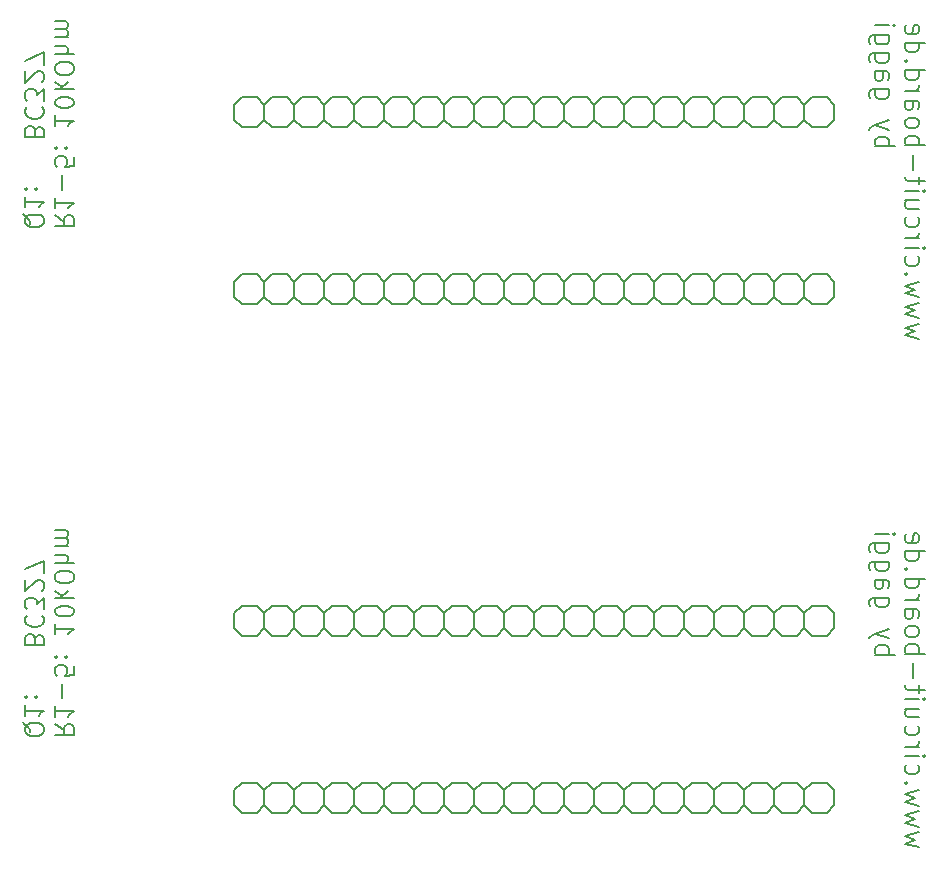
<source format=gbr>
G04 #@! TF.FileFunction,Legend,Bot*
%FSLAX46Y46*%
G04 Gerber Fmt 4.6, Leading zero omitted, Abs format (unit mm)*
G04 Created by KiCad (PCBNEW 4.0.4-stable) date 07/28/17 15:05:57*
%MOMM*%
%LPD*%
G01*
G04 APERTURE LIST*
%ADD10C,0.100000*%
%ADD11C,0.134112*%
%ADD12C,0.142240*%
%ADD13C,0.152400*%
G04 APERTURE END LIST*
D10*
D11*
X94838919Y-96348369D02*
X95597291Y-96879229D01*
X94838919Y-97258414D02*
X96431499Y-97258414D01*
X96431499Y-96651717D01*
X96355662Y-96500043D01*
X96279825Y-96424206D01*
X96128151Y-96348369D01*
X95900639Y-96348369D01*
X95748965Y-96424206D01*
X95673128Y-96500043D01*
X95597291Y-96651717D01*
X95597291Y-97258414D01*
X94838919Y-94831626D02*
X94838919Y-95741671D01*
X94838919Y-95286649D02*
X96431499Y-95286649D01*
X96203988Y-95438323D01*
X96052313Y-95589997D01*
X95976476Y-95741671D01*
X95445616Y-94149091D02*
X95445616Y-92935697D01*
X96431499Y-91418954D02*
X96431499Y-92177325D01*
X95673128Y-92253162D01*
X95748965Y-92177325D01*
X95824802Y-92025651D01*
X95824802Y-91646465D01*
X95748965Y-91494791D01*
X95673128Y-91418954D01*
X95521453Y-91343117D01*
X95142268Y-91343117D01*
X94990593Y-91418954D01*
X94914756Y-91494791D01*
X94838919Y-91646465D01*
X94838919Y-92025651D01*
X94914756Y-92177325D01*
X94990593Y-92253162D01*
X94990593Y-90660582D02*
X94914756Y-90584745D01*
X94838919Y-90660582D01*
X94914756Y-90736419D01*
X94990593Y-90660582D01*
X94838919Y-90660582D01*
X95824802Y-90660582D02*
X95748965Y-90584745D01*
X95673128Y-90660582D01*
X95748965Y-90736419D01*
X95824802Y-90660582D01*
X95673128Y-90660582D01*
X94838919Y-87854609D02*
X94838919Y-88764654D01*
X94838919Y-88309632D02*
X96431499Y-88309632D01*
X96203988Y-88461306D01*
X96052313Y-88612980D01*
X95976476Y-88764654D01*
X96431499Y-86868726D02*
X96431499Y-86717051D01*
X96355662Y-86565377D01*
X96279825Y-86489540D01*
X96128151Y-86413703D01*
X95824802Y-86337866D01*
X95445616Y-86337866D01*
X95142268Y-86413703D01*
X94990593Y-86489540D01*
X94914756Y-86565377D01*
X94838919Y-86717051D01*
X94838919Y-86868726D01*
X94914756Y-87020400D01*
X94990593Y-87096237D01*
X95142268Y-87172074D01*
X95445616Y-87247911D01*
X95824802Y-87247911D01*
X96128151Y-87172074D01*
X96279825Y-87096237D01*
X96355662Y-87020400D01*
X96431499Y-86868726D01*
X94838919Y-85655331D02*
X96431499Y-85655331D01*
X95445616Y-85503657D02*
X94838919Y-85048634D01*
X95900639Y-85048634D02*
X95293942Y-85655331D01*
X96431499Y-84062752D02*
X96431499Y-83759403D01*
X96355662Y-83607729D01*
X96203988Y-83456055D01*
X95900639Y-83380217D01*
X95369779Y-83380217D01*
X95066431Y-83456055D01*
X94914756Y-83607729D01*
X94838919Y-83759403D01*
X94838919Y-84062752D01*
X94914756Y-84214426D01*
X95066431Y-84366100D01*
X95369779Y-84441937D01*
X95900639Y-84441937D01*
X96203988Y-84366100D01*
X96355662Y-84214426D01*
X96431499Y-84062752D01*
X94838919Y-82697683D02*
X96431499Y-82697683D01*
X94838919Y-82015149D02*
X95673128Y-82015149D01*
X95824802Y-82090986D01*
X95900639Y-82242660D01*
X95900639Y-82470172D01*
X95824802Y-82621846D01*
X95748965Y-82697683D01*
X94838919Y-81256777D02*
X95900639Y-81256777D01*
X95748965Y-81256777D02*
X95824802Y-81180940D01*
X95900639Y-81029266D01*
X95900639Y-80801754D01*
X95824802Y-80650080D01*
X95673128Y-80574243D01*
X94838919Y-80574243D01*
X95673128Y-80574243D02*
X95824802Y-80498406D01*
X95900639Y-80346732D01*
X95900639Y-80119220D01*
X95824802Y-79967546D01*
X95673128Y-79891709D01*
X94838919Y-79891709D01*
X92164263Y-96196694D02*
X92240100Y-96348369D01*
X92391774Y-96500043D01*
X92619286Y-96727554D01*
X92695123Y-96879229D01*
X92695123Y-97030903D01*
X92315937Y-96955066D02*
X92391774Y-97106740D01*
X92543449Y-97258414D01*
X92846797Y-97334251D01*
X93377657Y-97334251D01*
X93681006Y-97258414D01*
X93832680Y-97106740D01*
X93908517Y-96955066D01*
X93908517Y-96651717D01*
X93832680Y-96500043D01*
X93681006Y-96348369D01*
X93377657Y-96272531D01*
X92846797Y-96272531D01*
X92543449Y-96348369D01*
X92391774Y-96500043D01*
X92315937Y-96651717D01*
X92315937Y-96955066D01*
X92315937Y-94755789D02*
X92315937Y-95665834D01*
X92315937Y-95210812D02*
X93908517Y-95210812D01*
X93681006Y-95362486D01*
X93529331Y-95514160D01*
X93453494Y-95665834D01*
X92467611Y-94073254D02*
X92391774Y-93997417D01*
X92315937Y-94073254D01*
X92391774Y-94149091D01*
X92467611Y-94073254D01*
X92315937Y-94073254D01*
X93301820Y-94073254D02*
X93225983Y-93997417D01*
X93150146Y-94073254D01*
X93225983Y-94149091D01*
X93301820Y-94073254D01*
X93150146Y-94073254D01*
X93150146Y-89143841D02*
X93074309Y-88916330D01*
X92998471Y-88840493D01*
X92846797Y-88764656D01*
X92619286Y-88764656D01*
X92467611Y-88840493D01*
X92391774Y-88916330D01*
X92315937Y-89068004D01*
X92315937Y-89674701D01*
X93908517Y-89674701D01*
X93908517Y-89143841D01*
X93832680Y-88992167D01*
X93756843Y-88916330D01*
X93605169Y-88840493D01*
X93453494Y-88840493D01*
X93301820Y-88916330D01*
X93225983Y-88992167D01*
X93150146Y-89143841D01*
X93150146Y-89674701D01*
X92467611Y-87172076D02*
X92391774Y-87247913D01*
X92315937Y-87475424D01*
X92315937Y-87627098D01*
X92391774Y-87854610D01*
X92543449Y-88006284D01*
X92695123Y-88082121D01*
X92998471Y-88157958D01*
X93225983Y-88157958D01*
X93529331Y-88082121D01*
X93681006Y-88006284D01*
X93832680Y-87854610D01*
X93908517Y-87627098D01*
X93908517Y-87475424D01*
X93832680Y-87247913D01*
X93756843Y-87172076D01*
X93908517Y-86641216D02*
X93908517Y-85655333D01*
X93301820Y-86186193D01*
X93301820Y-85958681D01*
X93225983Y-85807007D01*
X93150146Y-85731170D01*
X92998471Y-85655333D01*
X92619286Y-85655333D01*
X92467611Y-85731170D01*
X92391774Y-85807007D01*
X92315937Y-85958681D01*
X92315937Y-86413704D01*
X92391774Y-86565378D01*
X92467611Y-86641216D01*
X93756843Y-85048635D02*
X93832680Y-84972798D01*
X93908517Y-84821124D01*
X93908517Y-84441938D01*
X93832680Y-84290264D01*
X93756843Y-84214427D01*
X93605169Y-84138590D01*
X93453494Y-84138590D01*
X93225983Y-84214427D01*
X92315937Y-85124473D01*
X92315937Y-84138590D01*
X93908517Y-83607730D02*
X93908517Y-82546010D01*
X92315937Y-83228544D01*
D12*
X164291433Y-90474797D02*
X165980533Y-90474797D01*
X165337067Y-90474797D02*
X165417500Y-90313931D01*
X165417500Y-89992197D01*
X165337067Y-89831331D01*
X165256633Y-89750897D01*
X165095767Y-89670464D01*
X164613167Y-89670464D01*
X164452300Y-89750897D01*
X164371867Y-89831331D01*
X164291433Y-89992197D01*
X164291433Y-90313931D01*
X164371867Y-90474797D01*
X165417500Y-89107431D02*
X164291433Y-88705264D01*
X165417500Y-88303098D02*
X164291433Y-88705264D01*
X163889267Y-88866131D01*
X163808833Y-88946564D01*
X163728400Y-89107431D01*
X165417500Y-85648798D02*
X164050133Y-85648798D01*
X163889267Y-85729232D01*
X163808833Y-85809665D01*
X163728400Y-85970532D01*
X163728400Y-86211832D01*
X163808833Y-86372698D01*
X164371867Y-85648798D02*
X164291433Y-85809665D01*
X164291433Y-86131398D01*
X164371867Y-86292265D01*
X164452300Y-86372698D01*
X164613167Y-86453132D01*
X165095767Y-86453132D01*
X165256633Y-86372698D01*
X165337067Y-86292265D01*
X165417500Y-86131398D01*
X165417500Y-85809665D01*
X165337067Y-85648798D01*
X164291433Y-84120565D02*
X165176200Y-84120565D01*
X165337067Y-84200999D01*
X165417500Y-84361865D01*
X165417500Y-84683599D01*
X165337067Y-84844465D01*
X164371867Y-84120565D02*
X164291433Y-84281432D01*
X164291433Y-84683599D01*
X164371867Y-84844465D01*
X164532733Y-84924899D01*
X164693600Y-84924899D01*
X164854467Y-84844465D01*
X164934900Y-84683599D01*
X164934900Y-84281432D01*
X165015333Y-84120565D01*
X165417500Y-82592332D02*
X164050133Y-82592332D01*
X163889267Y-82672766D01*
X163808833Y-82753199D01*
X163728400Y-82914066D01*
X163728400Y-83155366D01*
X163808833Y-83316232D01*
X164371867Y-82592332D02*
X164291433Y-82753199D01*
X164291433Y-83074932D01*
X164371867Y-83235799D01*
X164452300Y-83316232D01*
X164613167Y-83396666D01*
X165095767Y-83396666D01*
X165256633Y-83316232D01*
X165337067Y-83235799D01*
X165417500Y-83074932D01*
X165417500Y-82753199D01*
X165337067Y-82592332D01*
X165417500Y-81064099D02*
X164050133Y-81064099D01*
X163889267Y-81144533D01*
X163808833Y-81224966D01*
X163728400Y-81385833D01*
X163728400Y-81627133D01*
X163808833Y-81787999D01*
X164371867Y-81064099D02*
X164291433Y-81224966D01*
X164291433Y-81546699D01*
X164371867Y-81707566D01*
X164452300Y-81787999D01*
X164613167Y-81868433D01*
X165095767Y-81868433D01*
X165256633Y-81787999D01*
X165337067Y-81707566D01*
X165417500Y-81546699D01*
X165417500Y-81224966D01*
X165337067Y-81064099D01*
X164291433Y-80259766D02*
X165417500Y-80259766D01*
X165980533Y-80259766D02*
X165900100Y-80340200D01*
X165819667Y-80259766D01*
X165900100Y-80179333D01*
X165980533Y-80259766D01*
X165819667Y-80259766D01*
X167957500Y-106802762D02*
X166831433Y-106481029D01*
X167635767Y-106159295D01*
X166831433Y-105837562D01*
X167957500Y-105515829D01*
X167957500Y-105033229D02*
X166831433Y-104711496D01*
X167635767Y-104389762D01*
X166831433Y-104068029D01*
X167957500Y-103746296D01*
X167957500Y-103263696D02*
X166831433Y-102941963D01*
X167635767Y-102620229D01*
X166831433Y-102298496D01*
X167957500Y-101976763D01*
X166992300Y-101333296D02*
X166911867Y-101252863D01*
X166831433Y-101333296D01*
X166911867Y-101413730D01*
X166992300Y-101333296D01*
X166831433Y-101333296D01*
X166911867Y-99805063D02*
X166831433Y-99965930D01*
X166831433Y-100287663D01*
X166911867Y-100448530D01*
X166992300Y-100528963D01*
X167153167Y-100609397D01*
X167635767Y-100609397D01*
X167796633Y-100528963D01*
X167877067Y-100448530D01*
X167957500Y-100287663D01*
X167957500Y-99965930D01*
X167877067Y-99805063D01*
X166831433Y-99081163D02*
X167957500Y-99081163D01*
X168520533Y-99081163D02*
X168440100Y-99161597D01*
X168359667Y-99081163D01*
X168440100Y-99000730D01*
X168520533Y-99081163D01*
X168359667Y-99081163D01*
X166831433Y-98276830D02*
X167957500Y-98276830D01*
X167635767Y-98276830D02*
X167796633Y-98196397D01*
X167877067Y-98115964D01*
X167957500Y-97955097D01*
X167957500Y-97794230D01*
X166911867Y-96507297D02*
X166831433Y-96668164D01*
X166831433Y-96989897D01*
X166911867Y-97150764D01*
X166992300Y-97231197D01*
X167153167Y-97311631D01*
X167635767Y-97311631D01*
X167796633Y-97231197D01*
X167877067Y-97150764D01*
X167957500Y-96989897D01*
X167957500Y-96668164D01*
X167877067Y-96507297D01*
X167957500Y-95059497D02*
X166831433Y-95059497D01*
X167957500Y-95783397D02*
X167072733Y-95783397D01*
X166911867Y-95702964D01*
X166831433Y-95542097D01*
X166831433Y-95300797D01*
X166911867Y-95139931D01*
X166992300Y-95059497D01*
X166831433Y-94255164D02*
X167957500Y-94255164D01*
X168520533Y-94255164D02*
X168440100Y-94335598D01*
X168359667Y-94255164D01*
X168440100Y-94174731D01*
X168520533Y-94255164D01*
X168359667Y-94255164D01*
X167957500Y-93692131D02*
X167957500Y-93048665D01*
X168520533Y-93450831D02*
X167072733Y-93450831D01*
X166911867Y-93370398D01*
X166831433Y-93209531D01*
X166831433Y-93048665D01*
X167474900Y-92485631D02*
X167474900Y-91198698D01*
X166831433Y-90394364D02*
X168520533Y-90394364D01*
X167877067Y-90394364D02*
X167957500Y-90233498D01*
X167957500Y-89911764D01*
X167877067Y-89750898D01*
X167796633Y-89670464D01*
X167635767Y-89590031D01*
X167153167Y-89590031D01*
X166992300Y-89670464D01*
X166911867Y-89750898D01*
X166831433Y-89911764D01*
X166831433Y-90233498D01*
X166911867Y-90394364D01*
X166831433Y-88624831D02*
X166911867Y-88785698D01*
X166992300Y-88866131D01*
X167153167Y-88946565D01*
X167635767Y-88946565D01*
X167796633Y-88866131D01*
X167877067Y-88785698D01*
X167957500Y-88624831D01*
X167957500Y-88383531D01*
X167877067Y-88222665D01*
X167796633Y-88142231D01*
X167635767Y-88061798D01*
X167153167Y-88061798D01*
X166992300Y-88142231D01*
X166911867Y-88222665D01*
X166831433Y-88383531D01*
X166831433Y-88624831D01*
X166831433Y-86613998D02*
X167716200Y-86613998D01*
X167877067Y-86694432D01*
X167957500Y-86855298D01*
X167957500Y-87177032D01*
X167877067Y-87337898D01*
X166911867Y-86613998D02*
X166831433Y-86774865D01*
X166831433Y-87177032D01*
X166911867Y-87337898D01*
X167072733Y-87418332D01*
X167233600Y-87418332D01*
X167394467Y-87337898D01*
X167474900Y-87177032D01*
X167474900Y-86774865D01*
X167555333Y-86613998D01*
X166831433Y-85809665D02*
X167957500Y-85809665D01*
X167635767Y-85809665D02*
X167796633Y-85729232D01*
X167877067Y-85648799D01*
X167957500Y-85487932D01*
X167957500Y-85327065D01*
X166831433Y-84040132D02*
X168520533Y-84040132D01*
X166911867Y-84040132D02*
X166831433Y-84200999D01*
X166831433Y-84522732D01*
X166911867Y-84683599D01*
X166992300Y-84764032D01*
X167153167Y-84844466D01*
X167635767Y-84844466D01*
X167796633Y-84764032D01*
X167877067Y-84683599D01*
X167957500Y-84522732D01*
X167957500Y-84200999D01*
X167877067Y-84040132D01*
X166992300Y-83235799D02*
X166911867Y-83155366D01*
X166831433Y-83235799D01*
X166911867Y-83316233D01*
X166992300Y-83235799D01*
X166831433Y-83235799D01*
X166831433Y-81707566D02*
X168520533Y-81707566D01*
X166911867Y-81707566D02*
X166831433Y-81868433D01*
X166831433Y-82190166D01*
X166911867Y-82351033D01*
X166992300Y-82431466D01*
X167153167Y-82511900D01*
X167635767Y-82511900D01*
X167796633Y-82431466D01*
X167877067Y-82351033D01*
X167957500Y-82190166D01*
X167957500Y-81868433D01*
X167877067Y-81707566D01*
X166911867Y-80259767D02*
X166831433Y-80420633D01*
X166831433Y-80742367D01*
X166911867Y-80903233D01*
X167072733Y-80983667D01*
X167716200Y-80983667D01*
X167877067Y-80903233D01*
X167957500Y-80742367D01*
X167957500Y-80420633D01*
X167877067Y-80259767D01*
X167716200Y-80179333D01*
X167555333Y-80179333D01*
X167394467Y-80983667D01*
D11*
X94838919Y-53295369D02*
X95597291Y-53826229D01*
X94838919Y-54205414D02*
X96431499Y-54205414D01*
X96431499Y-53598717D01*
X96355662Y-53447043D01*
X96279825Y-53371206D01*
X96128151Y-53295369D01*
X95900639Y-53295369D01*
X95748965Y-53371206D01*
X95673128Y-53447043D01*
X95597291Y-53598717D01*
X95597291Y-54205414D01*
X94838919Y-51778626D02*
X94838919Y-52688671D01*
X94838919Y-52233649D02*
X96431499Y-52233649D01*
X96203988Y-52385323D01*
X96052313Y-52536997D01*
X95976476Y-52688671D01*
X95445616Y-51096091D02*
X95445616Y-49882697D01*
X96431499Y-48365954D02*
X96431499Y-49124325D01*
X95673128Y-49200162D01*
X95748965Y-49124325D01*
X95824802Y-48972651D01*
X95824802Y-48593465D01*
X95748965Y-48441791D01*
X95673128Y-48365954D01*
X95521453Y-48290117D01*
X95142268Y-48290117D01*
X94990593Y-48365954D01*
X94914756Y-48441791D01*
X94838919Y-48593465D01*
X94838919Y-48972651D01*
X94914756Y-49124325D01*
X94990593Y-49200162D01*
X94990593Y-47607582D02*
X94914756Y-47531745D01*
X94838919Y-47607582D01*
X94914756Y-47683419D01*
X94990593Y-47607582D01*
X94838919Y-47607582D01*
X95824802Y-47607582D02*
X95748965Y-47531745D01*
X95673128Y-47607582D01*
X95748965Y-47683419D01*
X95824802Y-47607582D01*
X95673128Y-47607582D01*
X94838919Y-44801609D02*
X94838919Y-45711654D01*
X94838919Y-45256632D02*
X96431499Y-45256632D01*
X96203988Y-45408306D01*
X96052313Y-45559980D01*
X95976476Y-45711654D01*
X96431499Y-43815726D02*
X96431499Y-43664051D01*
X96355662Y-43512377D01*
X96279825Y-43436540D01*
X96128151Y-43360703D01*
X95824802Y-43284866D01*
X95445616Y-43284866D01*
X95142268Y-43360703D01*
X94990593Y-43436540D01*
X94914756Y-43512377D01*
X94838919Y-43664051D01*
X94838919Y-43815726D01*
X94914756Y-43967400D01*
X94990593Y-44043237D01*
X95142268Y-44119074D01*
X95445616Y-44194911D01*
X95824802Y-44194911D01*
X96128151Y-44119074D01*
X96279825Y-44043237D01*
X96355662Y-43967400D01*
X96431499Y-43815726D01*
X94838919Y-42602331D02*
X96431499Y-42602331D01*
X95445616Y-42450657D02*
X94838919Y-41995634D01*
X95900639Y-41995634D02*
X95293942Y-42602331D01*
X96431499Y-41009752D02*
X96431499Y-40706403D01*
X96355662Y-40554729D01*
X96203988Y-40403055D01*
X95900639Y-40327217D01*
X95369779Y-40327217D01*
X95066431Y-40403055D01*
X94914756Y-40554729D01*
X94838919Y-40706403D01*
X94838919Y-41009752D01*
X94914756Y-41161426D01*
X95066431Y-41313100D01*
X95369779Y-41388937D01*
X95900639Y-41388937D01*
X96203988Y-41313100D01*
X96355662Y-41161426D01*
X96431499Y-41009752D01*
X94838919Y-39644683D02*
X96431499Y-39644683D01*
X94838919Y-38962149D02*
X95673128Y-38962149D01*
X95824802Y-39037986D01*
X95900639Y-39189660D01*
X95900639Y-39417172D01*
X95824802Y-39568846D01*
X95748965Y-39644683D01*
X94838919Y-38203777D02*
X95900639Y-38203777D01*
X95748965Y-38203777D02*
X95824802Y-38127940D01*
X95900639Y-37976266D01*
X95900639Y-37748754D01*
X95824802Y-37597080D01*
X95673128Y-37521243D01*
X94838919Y-37521243D01*
X95673128Y-37521243D02*
X95824802Y-37445406D01*
X95900639Y-37293732D01*
X95900639Y-37066220D01*
X95824802Y-36914546D01*
X95673128Y-36838709D01*
X94838919Y-36838709D01*
X92164263Y-53143694D02*
X92240100Y-53295369D01*
X92391774Y-53447043D01*
X92619286Y-53674554D01*
X92695123Y-53826229D01*
X92695123Y-53977903D01*
X92315937Y-53902066D02*
X92391774Y-54053740D01*
X92543449Y-54205414D01*
X92846797Y-54281251D01*
X93377657Y-54281251D01*
X93681006Y-54205414D01*
X93832680Y-54053740D01*
X93908517Y-53902066D01*
X93908517Y-53598717D01*
X93832680Y-53447043D01*
X93681006Y-53295369D01*
X93377657Y-53219531D01*
X92846797Y-53219531D01*
X92543449Y-53295369D01*
X92391774Y-53447043D01*
X92315937Y-53598717D01*
X92315937Y-53902066D01*
X92315937Y-51702789D02*
X92315937Y-52612834D01*
X92315937Y-52157812D02*
X93908517Y-52157812D01*
X93681006Y-52309486D01*
X93529331Y-52461160D01*
X93453494Y-52612834D01*
X92467611Y-51020254D02*
X92391774Y-50944417D01*
X92315937Y-51020254D01*
X92391774Y-51096091D01*
X92467611Y-51020254D01*
X92315937Y-51020254D01*
X93301820Y-51020254D02*
X93225983Y-50944417D01*
X93150146Y-51020254D01*
X93225983Y-51096091D01*
X93301820Y-51020254D01*
X93150146Y-51020254D01*
X93150146Y-46090841D02*
X93074309Y-45863330D01*
X92998471Y-45787493D01*
X92846797Y-45711656D01*
X92619286Y-45711656D01*
X92467611Y-45787493D01*
X92391774Y-45863330D01*
X92315937Y-46015004D01*
X92315937Y-46621701D01*
X93908517Y-46621701D01*
X93908517Y-46090841D01*
X93832680Y-45939167D01*
X93756843Y-45863330D01*
X93605169Y-45787493D01*
X93453494Y-45787493D01*
X93301820Y-45863330D01*
X93225983Y-45939167D01*
X93150146Y-46090841D01*
X93150146Y-46621701D01*
X92467611Y-44119076D02*
X92391774Y-44194913D01*
X92315937Y-44422424D01*
X92315937Y-44574098D01*
X92391774Y-44801610D01*
X92543449Y-44953284D01*
X92695123Y-45029121D01*
X92998471Y-45104958D01*
X93225983Y-45104958D01*
X93529331Y-45029121D01*
X93681006Y-44953284D01*
X93832680Y-44801610D01*
X93908517Y-44574098D01*
X93908517Y-44422424D01*
X93832680Y-44194913D01*
X93756843Y-44119076D01*
X93908517Y-43588216D02*
X93908517Y-42602333D01*
X93301820Y-43133193D01*
X93301820Y-42905681D01*
X93225983Y-42754007D01*
X93150146Y-42678170D01*
X92998471Y-42602333D01*
X92619286Y-42602333D01*
X92467611Y-42678170D01*
X92391774Y-42754007D01*
X92315937Y-42905681D01*
X92315937Y-43360704D01*
X92391774Y-43512378D01*
X92467611Y-43588216D01*
X93756843Y-41995635D02*
X93832680Y-41919798D01*
X93908517Y-41768124D01*
X93908517Y-41388938D01*
X93832680Y-41237264D01*
X93756843Y-41161427D01*
X93605169Y-41085590D01*
X93453494Y-41085590D01*
X93225983Y-41161427D01*
X92315937Y-42071473D01*
X92315937Y-41085590D01*
X93908517Y-40554730D02*
X93908517Y-39493010D01*
X92315937Y-40175544D01*
D12*
X167957500Y-63749762D02*
X166831433Y-63428029D01*
X167635767Y-63106295D01*
X166831433Y-62784562D01*
X167957500Y-62462829D01*
X167957500Y-61980229D02*
X166831433Y-61658496D01*
X167635767Y-61336762D01*
X166831433Y-61015029D01*
X167957500Y-60693296D01*
X167957500Y-60210696D02*
X166831433Y-59888963D01*
X167635767Y-59567229D01*
X166831433Y-59245496D01*
X167957500Y-58923763D01*
X166992300Y-58280296D02*
X166911867Y-58199863D01*
X166831433Y-58280296D01*
X166911867Y-58360730D01*
X166992300Y-58280296D01*
X166831433Y-58280296D01*
X166911867Y-56752063D02*
X166831433Y-56912930D01*
X166831433Y-57234663D01*
X166911867Y-57395530D01*
X166992300Y-57475963D01*
X167153167Y-57556397D01*
X167635767Y-57556397D01*
X167796633Y-57475963D01*
X167877067Y-57395530D01*
X167957500Y-57234663D01*
X167957500Y-56912930D01*
X167877067Y-56752063D01*
X166831433Y-56028163D02*
X167957500Y-56028163D01*
X168520533Y-56028163D02*
X168440100Y-56108597D01*
X168359667Y-56028163D01*
X168440100Y-55947730D01*
X168520533Y-56028163D01*
X168359667Y-56028163D01*
X166831433Y-55223830D02*
X167957500Y-55223830D01*
X167635767Y-55223830D02*
X167796633Y-55143397D01*
X167877067Y-55062964D01*
X167957500Y-54902097D01*
X167957500Y-54741230D01*
X166911867Y-53454297D02*
X166831433Y-53615164D01*
X166831433Y-53936897D01*
X166911867Y-54097764D01*
X166992300Y-54178197D01*
X167153167Y-54258631D01*
X167635767Y-54258631D01*
X167796633Y-54178197D01*
X167877067Y-54097764D01*
X167957500Y-53936897D01*
X167957500Y-53615164D01*
X167877067Y-53454297D01*
X167957500Y-52006497D02*
X166831433Y-52006497D01*
X167957500Y-52730397D02*
X167072733Y-52730397D01*
X166911867Y-52649964D01*
X166831433Y-52489097D01*
X166831433Y-52247797D01*
X166911867Y-52086931D01*
X166992300Y-52006497D01*
X166831433Y-51202164D02*
X167957500Y-51202164D01*
X168520533Y-51202164D02*
X168440100Y-51282598D01*
X168359667Y-51202164D01*
X168440100Y-51121731D01*
X168520533Y-51202164D01*
X168359667Y-51202164D01*
X167957500Y-50639131D02*
X167957500Y-49995665D01*
X168520533Y-50397831D02*
X167072733Y-50397831D01*
X166911867Y-50317398D01*
X166831433Y-50156531D01*
X166831433Y-49995665D01*
X167474900Y-49432631D02*
X167474900Y-48145698D01*
X166831433Y-47341364D02*
X168520533Y-47341364D01*
X167877067Y-47341364D02*
X167957500Y-47180498D01*
X167957500Y-46858764D01*
X167877067Y-46697898D01*
X167796633Y-46617464D01*
X167635767Y-46537031D01*
X167153167Y-46537031D01*
X166992300Y-46617464D01*
X166911867Y-46697898D01*
X166831433Y-46858764D01*
X166831433Y-47180498D01*
X166911867Y-47341364D01*
X166831433Y-45571831D02*
X166911867Y-45732698D01*
X166992300Y-45813131D01*
X167153167Y-45893565D01*
X167635767Y-45893565D01*
X167796633Y-45813131D01*
X167877067Y-45732698D01*
X167957500Y-45571831D01*
X167957500Y-45330531D01*
X167877067Y-45169665D01*
X167796633Y-45089231D01*
X167635767Y-45008798D01*
X167153167Y-45008798D01*
X166992300Y-45089231D01*
X166911867Y-45169665D01*
X166831433Y-45330531D01*
X166831433Y-45571831D01*
X166831433Y-43560998D02*
X167716200Y-43560998D01*
X167877067Y-43641432D01*
X167957500Y-43802298D01*
X167957500Y-44124032D01*
X167877067Y-44284898D01*
X166911867Y-43560998D02*
X166831433Y-43721865D01*
X166831433Y-44124032D01*
X166911867Y-44284898D01*
X167072733Y-44365332D01*
X167233600Y-44365332D01*
X167394467Y-44284898D01*
X167474900Y-44124032D01*
X167474900Y-43721865D01*
X167555333Y-43560998D01*
X166831433Y-42756665D02*
X167957500Y-42756665D01*
X167635767Y-42756665D02*
X167796633Y-42676232D01*
X167877067Y-42595799D01*
X167957500Y-42434932D01*
X167957500Y-42274065D01*
X166831433Y-40987132D02*
X168520533Y-40987132D01*
X166911867Y-40987132D02*
X166831433Y-41147999D01*
X166831433Y-41469732D01*
X166911867Y-41630599D01*
X166992300Y-41711032D01*
X167153167Y-41791466D01*
X167635767Y-41791466D01*
X167796633Y-41711032D01*
X167877067Y-41630599D01*
X167957500Y-41469732D01*
X167957500Y-41147999D01*
X167877067Y-40987132D01*
X166992300Y-40182799D02*
X166911867Y-40102366D01*
X166831433Y-40182799D01*
X166911867Y-40263233D01*
X166992300Y-40182799D01*
X166831433Y-40182799D01*
X166831433Y-38654566D02*
X168520533Y-38654566D01*
X166911867Y-38654566D02*
X166831433Y-38815433D01*
X166831433Y-39137166D01*
X166911867Y-39298033D01*
X166992300Y-39378466D01*
X167153167Y-39458900D01*
X167635767Y-39458900D01*
X167796633Y-39378466D01*
X167877067Y-39298033D01*
X167957500Y-39137166D01*
X167957500Y-38815433D01*
X167877067Y-38654566D01*
X166911867Y-37206767D02*
X166831433Y-37367633D01*
X166831433Y-37689367D01*
X166911867Y-37850233D01*
X167072733Y-37930667D01*
X167716200Y-37930667D01*
X167877067Y-37850233D01*
X167957500Y-37689367D01*
X167957500Y-37367633D01*
X167877067Y-37206767D01*
X167716200Y-37126333D01*
X167555333Y-37126333D01*
X167394467Y-37930667D01*
X164291433Y-47421797D02*
X165980533Y-47421797D01*
X165337067Y-47421797D02*
X165417500Y-47260931D01*
X165417500Y-46939197D01*
X165337067Y-46778331D01*
X165256633Y-46697897D01*
X165095767Y-46617464D01*
X164613167Y-46617464D01*
X164452300Y-46697897D01*
X164371867Y-46778331D01*
X164291433Y-46939197D01*
X164291433Y-47260931D01*
X164371867Y-47421797D01*
X165417500Y-46054431D02*
X164291433Y-45652264D01*
X165417500Y-45250098D02*
X164291433Y-45652264D01*
X163889267Y-45813131D01*
X163808833Y-45893564D01*
X163728400Y-46054431D01*
X165417500Y-42595798D02*
X164050133Y-42595798D01*
X163889267Y-42676232D01*
X163808833Y-42756665D01*
X163728400Y-42917532D01*
X163728400Y-43158832D01*
X163808833Y-43319698D01*
X164371867Y-42595798D02*
X164291433Y-42756665D01*
X164291433Y-43078398D01*
X164371867Y-43239265D01*
X164452300Y-43319698D01*
X164613167Y-43400132D01*
X165095767Y-43400132D01*
X165256633Y-43319698D01*
X165337067Y-43239265D01*
X165417500Y-43078398D01*
X165417500Y-42756665D01*
X165337067Y-42595798D01*
X164291433Y-41067565D02*
X165176200Y-41067565D01*
X165337067Y-41147999D01*
X165417500Y-41308865D01*
X165417500Y-41630599D01*
X165337067Y-41791465D01*
X164371867Y-41067565D02*
X164291433Y-41228432D01*
X164291433Y-41630599D01*
X164371867Y-41791465D01*
X164532733Y-41871899D01*
X164693600Y-41871899D01*
X164854467Y-41791465D01*
X164934900Y-41630599D01*
X164934900Y-41228432D01*
X165015333Y-41067565D01*
X165417500Y-39539332D02*
X164050133Y-39539332D01*
X163889267Y-39619766D01*
X163808833Y-39700199D01*
X163728400Y-39861066D01*
X163728400Y-40102366D01*
X163808833Y-40263232D01*
X164371867Y-39539332D02*
X164291433Y-39700199D01*
X164291433Y-40021932D01*
X164371867Y-40182799D01*
X164452300Y-40263232D01*
X164613167Y-40343666D01*
X165095767Y-40343666D01*
X165256633Y-40263232D01*
X165337067Y-40182799D01*
X165417500Y-40021932D01*
X165417500Y-39700199D01*
X165337067Y-39539332D01*
X165417500Y-38011099D02*
X164050133Y-38011099D01*
X163889267Y-38091533D01*
X163808833Y-38171966D01*
X163728400Y-38332833D01*
X163728400Y-38574133D01*
X163808833Y-38734999D01*
X164371867Y-38011099D02*
X164291433Y-38171966D01*
X164291433Y-38493699D01*
X164371867Y-38654566D01*
X164452300Y-38734999D01*
X164613167Y-38815433D01*
X165095767Y-38815433D01*
X165256633Y-38734999D01*
X165337067Y-38654566D01*
X165417500Y-38493699D01*
X165417500Y-38171966D01*
X165337067Y-38011099D01*
X164291433Y-37206766D02*
X165417500Y-37206766D01*
X165980533Y-37206766D02*
X165900100Y-37287200D01*
X165819667Y-37206766D01*
X165900100Y-37126333D01*
X165980533Y-37206766D01*
X165819667Y-37206766D01*
D13*
X156375100Y-86334600D02*
X157645100Y-86334600D01*
X157645100Y-86334600D02*
X158280100Y-86969600D01*
X158280100Y-86969600D02*
X158280100Y-88239600D01*
X158280100Y-88239600D02*
X157645100Y-88874600D01*
X153200100Y-86969600D02*
X153835100Y-86334600D01*
X153835100Y-86334600D02*
X155105100Y-86334600D01*
X155105100Y-86334600D02*
X155740100Y-86969600D01*
X155740100Y-86969600D02*
X155740100Y-88239600D01*
X155740100Y-88239600D02*
X155105100Y-88874600D01*
X155105100Y-88874600D02*
X153835100Y-88874600D01*
X153835100Y-88874600D02*
X153200100Y-88239600D01*
X156375100Y-86334600D02*
X155740100Y-86969600D01*
X155740100Y-88239600D02*
X156375100Y-88874600D01*
X157645100Y-88874600D02*
X156375100Y-88874600D01*
X148755100Y-86334600D02*
X150025100Y-86334600D01*
X150025100Y-86334600D02*
X150660100Y-86969600D01*
X150660100Y-86969600D02*
X150660100Y-88239600D01*
X150660100Y-88239600D02*
X150025100Y-88874600D01*
X150660100Y-86969600D02*
X151295100Y-86334600D01*
X151295100Y-86334600D02*
X152565100Y-86334600D01*
X152565100Y-86334600D02*
X153200100Y-86969600D01*
X153200100Y-86969600D02*
X153200100Y-88239600D01*
X153200100Y-88239600D02*
X152565100Y-88874600D01*
X152565100Y-88874600D02*
X151295100Y-88874600D01*
X151295100Y-88874600D02*
X150660100Y-88239600D01*
X145580100Y-86969600D02*
X146215100Y-86334600D01*
X146215100Y-86334600D02*
X147485100Y-86334600D01*
X147485100Y-86334600D02*
X148120100Y-86969600D01*
X148120100Y-86969600D02*
X148120100Y-88239600D01*
X148120100Y-88239600D02*
X147485100Y-88874600D01*
X147485100Y-88874600D02*
X146215100Y-88874600D01*
X146215100Y-88874600D02*
X145580100Y-88239600D01*
X148755100Y-86334600D02*
X148120100Y-86969600D01*
X148120100Y-88239600D02*
X148755100Y-88874600D01*
X150025100Y-88874600D02*
X148755100Y-88874600D01*
X141135100Y-86334600D02*
X142405100Y-86334600D01*
X142405100Y-86334600D02*
X143040100Y-86969600D01*
X143040100Y-86969600D02*
X143040100Y-88239600D01*
X143040100Y-88239600D02*
X142405100Y-88874600D01*
X143040100Y-86969600D02*
X143675100Y-86334600D01*
X143675100Y-86334600D02*
X144945100Y-86334600D01*
X144945100Y-86334600D02*
X145580100Y-86969600D01*
X145580100Y-86969600D02*
X145580100Y-88239600D01*
X145580100Y-88239600D02*
X144945100Y-88874600D01*
X144945100Y-88874600D02*
X143675100Y-88874600D01*
X143675100Y-88874600D02*
X143040100Y-88239600D01*
X137960100Y-86969600D02*
X138595100Y-86334600D01*
X138595100Y-86334600D02*
X139865100Y-86334600D01*
X139865100Y-86334600D02*
X140500100Y-86969600D01*
X140500100Y-86969600D02*
X140500100Y-88239600D01*
X140500100Y-88239600D02*
X139865100Y-88874600D01*
X139865100Y-88874600D02*
X138595100Y-88874600D01*
X138595100Y-88874600D02*
X137960100Y-88239600D01*
X141135100Y-86334600D02*
X140500100Y-86969600D01*
X140500100Y-88239600D02*
X141135100Y-88874600D01*
X142405100Y-88874600D02*
X141135100Y-88874600D01*
X133515100Y-86334600D02*
X134785100Y-86334600D01*
X134785100Y-86334600D02*
X135420100Y-86969600D01*
X135420100Y-86969600D02*
X135420100Y-88239600D01*
X135420100Y-88239600D02*
X134785100Y-88874600D01*
X135420100Y-86969600D02*
X136055100Y-86334600D01*
X136055100Y-86334600D02*
X137325100Y-86334600D01*
X137325100Y-86334600D02*
X137960100Y-86969600D01*
X137960100Y-86969600D02*
X137960100Y-88239600D01*
X137960100Y-88239600D02*
X137325100Y-88874600D01*
X137325100Y-88874600D02*
X136055100Y-88874600D01*
X136055100Y-88874600D02*
X135420100Y-88239600D01*
X130340100Y-86969600D02*
X130975100Y-86334600D01*
X130975100Y-86334600D02*
X132245100Y-86334600D01*
X132245100Y-86334600D02*
X132880100Y-86969600D01*
X132880100Y-86969600D02*
X132880100Y-88239600D01*
X132880100Y-88239600D02*
X132245100Y-88874600D01*
X132245100Y-88874600D02*
X130975100Y-88874600D01*
X130975100Y-88874600D02*
X130340100Y-88239600D01*
X133515100Y-86334600D02*
X132880100Y-86969600D01*
X132880100Y-88239600D02*
X133515100Y-88874600D01*
X134785100Y-88874600D02*
X133515100Y-88874600D01*
X125895100Y-86334600D02*
X127165100Y-86334600D01*
X127165100Y-86334600D02*
X127800100Y-86969600D01*
X127800100Y-86969600D02*
X127800100Y-88239600D01*
X127800100Y-88239600D02*
X127165100Y-88874600D01*
X127800100Y-86969600D02*
X128435100Y-86334600D01*
X128435100Y-86334600D02*
X129705100Y-86334600D01*
X129705100Y-86334600D02*
X130340100Y-86969600D01*
X130340100Y-86969600D02*
X130340100Y-88239600D01*
X130340100Y-88239600D02*
X129705100Y-88874600D01*
X129705100Y-88874600D02*
X128435100Y-88874600D01*
X128435100Y-88874600D02*
X127800100Y-88239600D01*
X122720100Y-86969600D02*
X123355100Y-86334600D01*
X123355100Y-86334600D02*
X124625100Y-86334600D01*
X124625100Y-86334600D02*
X125260100Y-86969600D01*
X125260100Y-86969600D02*
X125260100Y-88239600D01*
X125260100Y-88239600D02*
X124625100Y-88874600D01*
X124625100Y-88874600D02*
X123355100Y-88874600D01*
X123355100Y-88874600D02*
X122720100Y-88239600D01*
X125895100Y-86334600D02*
X125260100Y-86969600D01*
X125260100Y-88239600D02*
X125895100Y-88874600D01*
X127165100Y-88874600D02*
X125895100Y-88874600D01*
X118275100Y-86334600D02*
X119545100Y-86334600D01*
X119545100Y-86334600D02*
X120180100Y-86969600D01*
X120180100Y-86969600D02*
X120180100Y-88239600D01*
X120180100Y-88239600D02*
X119545100Y-88874600D01*
X120180100Y-86969600D02*
X120815100Y-86334600D01*
X120815100Y-86334600D02*
X122085100Y-86334600D01*
X122085100Y-86334600D02*
X122720100Y-86969600D01*
X122720100Y-86969600D02*
X122720100Y-88239600D01*
X122720100Y-88239600D02*
X122085100Y-88874600D01*
X122085100Y-88874600D02*
X120815100Y-88874600D01*
X120815100Y-88874600D02*
X120180100Y-88239600D01*
X115100100Y-86969600D02*
X115735100Y-86334600D01*
X115735100Y-86334600D02*
X117005100Y-86334600D01*
X117005100Y-86334600D02*
X117640100Y-86969600D01*
X117640100Y-86969600D02*
X117640100Y-88239600D01*
X117640100Y-88239600D02*
X117005100Y-88874600D01*
X117005100Y-88874600D02*
X115735100Y-88874600D01*
X115735100Y-88874600D02*
X115100100Y-88239600D01*
X118275100Y-86334600D02*
X117640100Y-86969600D01*
X117640100Y-88239600D02*
X118275100Y-88874600D01*
X119545100Y-88874600D02*
X118275100Y-88874600D01*
X110655100Y-86334600D02*
X111925100Y-86334600D01*
X111925100Y-86334600D02*
X112560100Y-86969600D01*
X112560100Y-86969600D02*
X112560100Y-88239600D01*
X112560100Y-88239600D02*
X111925100Y-88874600D01*
X112560100Y-86969600D02*
X113195100Y-86334600D01*
X113195100Y-86334600D02*
X114465100Y-86334600D01*
X114465100Y-86334600D02*
X115100100Y-86969600D01*
X115100100Y-86969600D02*
X115100100Y-88239600D01*
X115100100Y-88239600D02*
X114465100Y-88874600D01*
X114465100Y-88874600D02*
X113195100Y-88874600D01*
X113195100Y-88874600D02*
X112560100Y-88239600D01*
X110020100Y-86969600D02*
X110020100Y-88239600D01*
X110655100Y-86334600D02*
X110020100Y-86969600D01*
X110020100Y-88239600D02*
X110655100Y-88874600D01*
X111925100Y-88874600D02*
X110655100Y-88874600D01*
X158915100Y-86334600D02*
X160185100Y-86334600D01*
X160185100Y-86334600D02*
X160820100Y-86969600D01*
X160820100Y-86969600D02*
X160820100Y-88239600D01*
X160820100Y-88239600D02*
X160185100Y-88874600D01*
X158915100Y-86334600D02*
X158280100Y-86969600D01*
X158280100Y-88239600D02*
X158915100Y-88874600D01*
X160185100Y-88874600D02*
X158915100Y-88874600D01*
X156375100Y-101320600D02*
X157645100Y-101320600D01*
X157645100Y-101320600D02*
X158280100Y-101955600D01*
X158280100Y-101955600D02*
X158280100Y-103225600D01*
X158280100Y-103225600D02*
X157645100Y-103860600D01*
X153200100Y-101955600D02*
X153835100Y-101320600D01*
X153835100Y-101320600D02*
X155105100Y-101320600D01*
X155105100Y-101320600D02*
X155740100Y-101955600D01*
X155740100Y-101955600D02*
X155740100Y-103225600D01*
X155740100Y-103225600D02*
X155105100Y-103860600D01*
X155105100Y-103860600D02*
X153835100Y-103860600D01*
X153835100Y-103860600D02*
X153200100Y-103225600D01*
X156375100Y-101320600D02*
X155740100Y-101955600D01*
X155740100Y-103225600D02*
X156375100Y-103860600D01*
X157645100Y-103860600D02*
X156375100Y-103860600D01*
X148755100Y-101320600D02*
X150025100Y-101320600D01*
X150025100Y-101320600D02*
X150660100Y-101955600D01*
X150660100Y-101955600D02*
X150660100Y-103225600D01*
X150660100Y-103225600D02*
X150025100Y-103860600D01*
X150660100Y-101955600D02*
X151295100Y-101320600D01*
X151295100Y-101320600D02*
X152565100Y-101320600D01*
X152565100Y-101320600D02*
X153200100Y-101955600D01*
X153200100Y-101955600D02*
X153200100Y-103225600D01*
X153200100Y-103225600D02*
X152565100Y-103860600D01*
X152565100Y-103860600D02*
X151295100Y-103860600D01*
X151295100Y-103860600D02*
X150660100Y-103225600D01*
X145580100Y-101955600D02*
X146215100Y-101320600D01*
X146215100Y-101320600D02*
X147485100Y-101320600D01*
X147485100Y-101320600D02*
X148120100Y-101955600D01*
X148120100Y-101955600D02*
X148120100Y-103225600D01*
X148120100Y-103225600D02*
X147485100Y-103860600D01*
X147485100Y-103860600D02*
X146215100Y-103860600D01*
X146215100Y-103860600D02*
X145580100Y-103225600D01*
X148755100Y-101320600D02*
X148120100Y-101955600D01*
X148120100Y-103225600D02*
X148755100Y-103860600D01*
X150025100Y-103860600D02*
X148755100Y-103860600D01*
X141135100Y-101320600D02*
X142405100Y-101320600D01*
X142405100Y-101320600D02*
X143040100Y-101955600D01*
X143040100Y-101955600D02*
X143040100Y-103225600D01*
X143040100Y-103225600D02*
X142405100Y-103860600D01*
X143040100Y-101955600D02*
X143675100Y-101320600D01*
X143675100Y-101320600D02*
X144945100Y-101320600D01*
X144945100Y-101320600D02*
X145580100Y-101955600D01*
X145580100Y-101955600D02*
X145580100Y-103225600D01*
X145580100Y-103225600D02*
X144945100Y-103860600D01*
X144945100Y-103860600D02*
X143675100Y-103860600D01*
X143675100Y-103860600D02*
X143040100Y-103225600D01*
X137960100Y-101955600D02*
X138595100Y-101320600D01*
X138595100Y-101320600D02*
X139865100Y-101320600D01*
X139865100Y-101320600D02*
X140500100Y-101955600D01*
X140500100Y-101955600D02*
X140500100Y-103225600D01*
X140500100Y-103225600D02*
X139865100Y-103860600D01*
X139865100Y-103860600D02*
X138595100Y-103860600D01*
X138595100Y-103860600D02*
X137960100Y-103225600D01*
X141135100Y-101320600D02*
X140500100Y-101955600D01*
X140500100Y-103225600D02*
X141135100Y-103860600D01*
X142405100Y-103860600D02*
X141135100Y-103860600D01*
X133515100Y-101320600D02*
X134785100Y-101320600D01*
X134785100Y-101320600D02*
X135420100Y-101955600D01*
X135420100Y-101955600D02*
X135420100Y-103225600D01*
X135420100Y-103225600D02*
X134785100Y-103860600D01*
X135420100Y-101955600D02*
X136055100Y-101320600D01*
X136055100Y-101320600D02*
X137325100Y-101320600D01*
X137325100Y-101320600D02*
X137960100Y-101955600D01*
X137960100Y-101955600D02*
X137960100Y-103225600D01*
X137960100Y-103225600D02*
X137325100Y-103860600D01*
X137325100Y-103860600D02*
X136055100Y-103860600D01*
X136055100Y-103860600D02*
X135420100Y-103225600D01*
X130340100Y-101955600D02*
X130975100Y-101320600D01*
X130975100Y-101320600D02*
X132245100Y-101320600D01*
X132245100Y-101320600D02*
X132880100Y-101955600D01*
X132880100Y-101955600D02*
X132880100Y-103225600D01*
X132880100Y-103225600D02*
X132245100Y-103860600D01*
X132245100Y-103860600D02*
X130975100Y-103860600D01*
X130975100Y-103860600D02*
X130340100Y-103225600D01*
X133515100Y-101320600D02*
X132880100Y-101955600D01*
X132880100Y-103225600D02*
X133515100Y-103860600D01*
X134785100Y-103860600D02*
X133515100Y-103860600D01*
X125895100Y-101320600D02*
X127165100Y-101320600D01*
X127165100Y-101320600D02*
X127800100Y-101955600D01*
X127800100Y-101955600D02*
X127800100Y-103225600D01*
X127800100Y-103225600D02*
X127165100Y-103860600D01*
X127800100Y-101955600D02*
X128435100Y-101320600D01*
X128435100Y-101320600D02*
X129705100Y-101320600D01*
X129705100Y-101320600D02*
X130340100Y-101955600D01*
X130340100Y-101955600D02*
X130340100Y-103225600D01*
X130340100Y-103225600D02*
X129705100Y-103860600D01*
X129705100Y-103860600D02*
X128435100Y-103860600D01*
X128435100Y-103860600D02*
X127800100Y-103225600D01*
X122720100Y-101955600D02*
X123355100Y-101320600D01*
X123355100Y-101320600D02*
X124625100Y-101320600D01*
X124625100Y-101320600D02*
X125260100Y-101955600D01*
X125260100Y-101955600D02*
X125260100Y-103225600D01*
X125260100Y-103225600D02*
X124625100Y-103860600D01*
X124625100Y-103860600D02*
X123355100Y-103860600D01*
X123355100Y-103860600D02*
X122720100Y-103225600D01*
X125895100Y-101320600D02*
X125260100Y-101955600D01*
X125260100Y-103225600D02*
X125895100Y-103860600D01*
X127165100Y-103860600D02*
X125895100Y-103860600D01*
X118275100Y-101320600D02*
X119545100Y-101320600D01*
X119545100Y-101320600D02*
X120180100Y-101955600D01*
X120180100Y-101955600D02*
X120180100Y-103225600D01*
X120180100Y-103225600D02*
X119545100Y-103860600D01*
X120180100Y-101955600D02*
X120815100Y-101320600D01*
X120815100Y-101320600D02*
X122085100Y-101320600D01*
X122085100Y-101320600D02*
X122720100Y-101955600D01*
X122720100Y-101955600D02*
X122720100Y-103225600D01*
X122720100Y-103225600D02*
X122085100Y-103860600D01*
X122085100Y-103860600D02*
X120815100Y-103860600D01*
X120815100Y-103860600D02*
X120180100Y-103225600D01*
X115100100Y-101955600D02*
X115735100Y-101320600D01*
X115735100Y-101320600D02*
X117005100Y-101320600D01*
X117005100Y-101320600D02*
X117640100Y-101955600D01*
X117640100Y-101955600D02*
X117640100Y-103225600D01*
X117640100Y-103225600D02*
X117005100Y-103860600D01*
X117005100Y-103860600D02*
X115735100Y-103860600D01*
X115735100Y-103860600D02*
X115100100Y-103225600D01*
X118275100Y-101320600D02*
X117640100Y-101955600D01*
X117640100Y-103225600D02*
X118275100Y-103860600D01*
X119545100Y-103860600D02*
X118275100Y-103860600D01*
X110655100Y-101320600D02*
X111925100Y-101320600D01*
X111925100Y-101320600D02*
X112560100Y-101955600D01*
X112560100Y-101955600D02*
X112560100Y-103225600D01*
X112560100Y-103225600D02*
X111925100Y-103860600D01*
X112560100Y-101955600D02*
X113195100Y-101320600D01*
X113195100Y-101320600D02*
X114465100Y-101320600D01*
X114465100Y-101320600D02*
X115100100Y-101955600D01*
X115100100Y-101955600D02*
X115100100Y-103225600D01*
X115100100Y-103225600D02*
X114465100Y-103860600D01*
X114465100Y-103860600D02*
X113195100Y-103860600D01*
X113195100Y-103860600D02*
X112560100Y-103225600D01*
X110020100Y-101955600D02*
X110020100Y-103225600D01*
X110655100Y-101320600D02*
X110020100Y-101955600D01*
X110020100Y-103225600D02*
X110655100Y-103860600D01*
X111925100Y-103860600D02*
X110655100Y-103860600D01*
X158915100Y-101320600D02*
X160185100Y-101320600D01*
X160185100Y-101320600D02*
X160820100Y-101955600D01*
X160820100Y-101955600D02*
X160820100Y-103225600D01*
X160820100Y-103225600D02*
X160185100Y-103860600D01*
X158915100Y-101320600D02*
X158280100Y-101955600D01*
X158280100Y-103225600D02*
X158915100Y-103860600D01*
X160185100Y-103860600D02*
X158915100Y-103860600D01*
X156375100Y-43281600D02*
X157645100Y-43281600D01*
X157645100Y-43281600D02*
X158280100Y-43916600D01*
X158280100Y-43916600D02*
X158280100Y-45186600D01*
X158280100Y-45186600D02*
X157645100Y-45821600D01*
X153200100Y-43916600D02*
X153835100Y-43281600D01*
X153835100Y-43281600D02*
X155105100Y-43281600D01*
X155105100Y-43281600D02*
X155740100Y-43916600D01*
X155740100Y-43916600D02*
X155740100Y-45186600D01*
X155740100Y-45186600D02*
X155105100Y-45821600D01*
X155105100Y-45821600D02*
X153835100Y-45821600D01*
X153835100Y-45821600D02*
X153200100Y-45186600D01*
X156375100Y-43281600D02*
X155740100Y-43916600D01*
X155740100Y-45186600D02*
X156375100Y-45821600D01*
X157645100Y-45821600D02*
X156375100Y-45821600D01*
X148755100Y-43281600D02*
X150025100Y-43281600D01*
X150025100Y-43281600D02*
X150660100Y-43916600D01*
X150660100Y-43916600D02*
X150660100Y-45186600D01*
X150660100Y-45186600D02*
X150025100Y-45821600D01*
X150660100Y-43916600D02*
X151295100Y-43281600D01*
X151295100Y-43281600D02*
X152565100Y-43281600D01*
X152565100Y-43281600D02*
X153200100Y-43916600D01*
X153200100Y-43916600D02*
X153200100Y-45186600D01*
X153200100Y-45186600D02*
X152565100Y-45821600D01*
X152565100Y-45821600D02*
X151295100Y-45821600D01*
X151295100Y-45821600D02*
X150660100Y-45186600D01*
X145580100Y-43916600D02*
X146215100Y-43281600D01*
X146215100Y-43281600D02*
X147485100Y-43281600D01*
X147485100Y-43281600D02*
X148120100Y-43916600D01*
X148120100Y-43916600D02*
X148120100Y-45186600D01*
X148120100Y-45186600D02*
X147485100Y-45821600D01*
X147485100Y-45821600D02*
X146215100Y-45821600D01*
X146215100Y-45821600D02*
X145580100Y-45186600D01*
X148755100Y-43281600D02*
X148120100Y-43916600D01*
X148120100Y-45186600D02*
X148755100Y-45821600D01*
X150025100Y-45821600D02*
X148755100Y-45821600D01*
X141135100Y-43281600D02*
X142405100Y-43281600D01*
X142405100Y-43281600D02*
X143040100Y-43916600D01*
X143040100Y-43916600D02*
X143040100Y-45186600D01*
X143040100Y-45186600D02*
X142405100Y-45821600D01*
X143040100Y-43916600D02*
X143675100Y-43281600D01*
X143675100Y-43281600D02*
X144945100Y-43281600D01*
X144945100Y-43281600D02*
X145580100Y-43916600D01*
X145580100Y-43916600D02*
X145580100Y-45186600D01*
X145580100Y-45186600D02*
X144945100Y-45821600D01*
X144945100Y-45821600D02*
X143675100Y-45821600D01*
X143675100Y-45821600D02*
X143040100Y-45186600D01*
X137960100Y-43916600D02*
X138595100Y-43281600D01*
X138595100Y-43281600D02*
X139865100Y-43281600D01*
X139865100Y-43281600D02*
X140500100Y-43916600D01*
X140500100Y-43916600D02*
X140500100Y-45186600D01*
X140500100Y-45186600D02*
X139865100Y-45821600D01*
X139865100Y-45821600D02*
X138595100Y-45821600D01*
X138595100Y-45821600D02*
X137960100Y-45186600D01*
X141135100Y-43281600D02*
X140500100Y-43916600D01*
X140500100Y-45186600D02*
X141135100Y-45821600D01*
X142405100Y-45821600D02*
X141135100Y-45821600D01*
X133515100Y-43281600D02*
X134785100Y-43281600D01*
X134785100Y-43281600D02*
X135420100Y-43916600D01*
X135420100Y-43916600D02*
X135420100Y-45186600D01*
X135420100Y-45186600D02*
X134785100Y-45821600D01*
X135420100Y-43916600D02*
X136055100Y-43281600D01*
X136055100Y-43281600D02*
X137325100Y-43281600D01*
X137325100Y-43281600D02*
X137960100Y-43916600D01*
X137960100Y-43916600D02*
X137960100Y-45186600D01*
X137960100Y-45186600D02*
X137325100Y-45821600D01*
X137325100Y-45821600D02*
X136055100Y-45821600D01*
X136055100Y-45821600D02*
X135420100Y-45186600D01*
X130340100Y-43916600D02*
X130975100Y-43281600D01*
X130975100Y-43281600D02*
X132245100Y-43281600D01*
X132245100Y-43281600D02*
X132880100Y-43916600D01*
X132880100Y-43916600D02*
X132880100Y-45186600D01*
X132880100Y-45186600D02*
X132245100Y-45821600D01*
X132245100Y-45821600D02*
X130975100Y-45821600D01*
X130975100Y-45821600D02*
X130340100Y-45186600D01*
X133515100Y-43281600D02*
X132880100Y-43916600D01*
X132880100Y-45186600D02*
X133515100Y-45821600D01*
X134785100Y-45821600D02*
X133515100Y-45821600D01*
X125895100Y-43281600D02*
X127165100Y-43281600D01*
X127165100Y-43281600D02*
X127800100Y-43916600D01*
X127800100Y-43916600D02*
X127800100Y-45186600D01*
X127800100Y-45186600D02*
X127165100Y-45821600D01*
X127800100Y-43916600D02*
X128435100Y-43281600D01*
X128435100Y-43281600D02*
X129705100Y-43281600D01*
X129705100Y-43281600D02*
X130340100Y-43916600D01*
X130340100Y-43916600D02*
X130340100Y-45186600D01*
X130340100Y-45186600D02*
X129705100Y-45821600D01*
X129705100Y-45821600D02*
X128435100Y-45821600D01*
X128435100Y-45821600D02*
X127800100Y-45186600D01*
X122720100Y-43916600D02*
X123355100Y-43281600D01*
X123355100Y-43281600D02*
X124625100Y-43281600D01*
X124625100Y-43281600D02*
X125260100Y-43916600D01*
X125260100Y-43916600D02*
X125260100Y-45186600D01*
X125260100Y-45186600D02*
X124625100Y-45821600D01*
X124625100Y-45821600D02*
X123355100Y-45821600D01*
X123355100Y-45821600D02*
X122720100Y-45186600D01*
X125895100Y-43281600D02*
X125260100Y-43916600D01*
X125260100Y-45186600D02*
X125895100Y-45821600D01*
X127165100Y-45821600D02*
X125895100Y-45821600D01*
X118275100Y-43281600D02*
X119545100Y-43281600D01*
X119545100Y-43281600D02*
X120180100Y-43916600D01*
X120180100Y-43916600D02*
X120180100Y-45186600D01*
X120180100Y-45186600D02*
X119545100Y-45821600D01*
X120180100Y-43916600D02*
X120815100Y-43281600D01*
X120815100Y-43281600D02*
X122085100Y-43281600D01*
X122085100Y-43281600D02*
X122720100Y-43916600D01*
X122720100Y-43916600D02*
X122720100Y-45186600D01*
X122720100Y-45186600D02*
X122085100Y-45821600D01*
X122085100Y-45821600D02*
X120815100Y-45821600D01*
X120815100Y-45821600D02*
X120180100Y-45186600D01*
X115100100Y-43916600D02*
X115735100Y-43281600D01*
X115735100Y-43281600D02*
X117005100Y-43281600D01*
X117005100Y-43281600D02*
X117640100Y-43916600D01*
X117640100Y-43916600D02*
X117640100Y-45186600D01*
X117640100Y-45186600D02*
X117005100Y-45821600D01*
X117005100Y-45821600D02*
X115735100Y-45821600D01*
X115735100Y-45821600D02*
X115100100Y-45186600D01*
X118275100Y-43281600D02*
X117640100Y-43916600D01*
X117640100Y-45186600D02*
X118275100Y-45821600D01*
X119545100Y-45821600D02*
X118275100Y-45821600D01*
X110655100Y-43281600D02*
X111925100Y-43281600D01*
X111925100Y-43281600D02*
X112560100Y-43916600D01*
X112560100Y-43916600D02*
X112560100Y-45186600D01*
X112560100Y-45186600D02*
X111925100Y-45821600D01*
X112560100Y-43916600D02*
X113195100Y-43281600D01*
X113195100Y-43281600D02*
X114465100Y-43281600D01*
X114465100Y-43281600D02*
X115100100Y-43916600D01*
X115100100Y-43916600D02*
X115100100Y-45186600D01*
X115100100Y-45186600D02*
X114465100Y-45821600D01*
X114465100Y-45821600D02*
X113195100Y-45821600D01*
X113195100Y-45821600D02*
X112560100Y-45186600D01*
X110020100Y-43916600D02*
X110020100Y-45186600D01*
X110655100Y-43281600D02*
X110020100Y-43916600D01*
X110020100Y-45186600D02*
X110655100Y-45821600D01*
X111925100Y-45821600D02*
X110655100Y-45821600D01*
X158915100Y-43281600D02*
X160185100Y-43281600D01*
X160185100Y-43281600D02*
X160820100Y-43916600D01*
X160820100Y-43916600D02*
X160820100Y-45186600D01*
X160820100Y-45186600D02*
X160185100Y-45821600D01*
X158915100Y-43281600D02*
X158280100Y-43916600D01*
X158280100Y-45186600D02*
X158915100Y-45821600D01*
X160185100Y-45821600D02*
X158915100Y-45821600D01*
X156375100Y-58267600D02*
X157645100Y-58267600D01*
X157645100Y-58267600D02*
X158280100Y-58902600D01*
X158280100Y-58902600D02*
X158280100Y-60172600D01*
X158280100Y-60172600D02*
X157645100Y-60807600D01*
X153200100Y-58902600D02*
X153835100Y-58267600D01*
X153835100Y-58267600D02*
X155105100Y-58267600D01*
X155105100Y-58267600D02*
X155740100Y-58902600D01*
X155740100Y-58902600D02*
X155740100Y-60172600D01*
X155740100Y-60172600D02*
X155105100Y-60807600D01*
X155105100Y-60807600D02*
X153835100Y-60807600D01*
X153835100Y-60807600D02*
X153200100Y-60172600D01*
X156375100Y-58267600D02*
X155740100Y-58902600D01*
X155740100Y-60172600D02*
X156375100Y-60807600D01*
X157645100Y-60807600D02*
X156375100Y-60807600D01*
X148755100Y-58267600D02*
X150025100Y-58267600D01*
X150025100Y-58267600D02*
X150660100Y-58902600D01*
X150660100Y-58902600D02*
X150660100Y-60172600D01*
X150660100Y-60172600D02*
X150025100Y-60807600D01*
X150660100Y-58902600D02*
X151295100Y-58267600D01*
X151295100Y-58267600D02*
X152565100Y-58267600D01*
X152565100Y-58267600D02*
X153200100Y-58902600D01*
X153200100Y-58902600D02*
X153200100Y-60172600D01*
X153200100Y-60172600D02*
X152565100Y-60807600D01*
X152565100Y-60807600D02*
X151295100Y-60807600D01*
X151295100Y-60807600D02*
X150660100Y-60172600D01*
X145580100Y-58902600D02*
X146215100Y-58267600D01*
X146215100Y-58267600D02*
X147485100Y-58267600D01*
X147485100Y-58267600D02*
X148120100Y-58902600D01*
X148120100Y-58902600D02*
X148120100Y-60172600D01*
X148120100Y-60172600D02*
X147485100Y-60807600D01*
X147485100Y-60807600D02*
X146215100Y-60807600D01*
X146215100Y-60807600D02*
X145580100Y-60172600D01*
X148755100Y-58267600D02*
X148120100Y-58902600D01*
X148120100Y-60172600D02*
X148755100Y-60807600D01*
X150025100Y-60807600D02*
X148755100Y-60807600D01*
X141135100Y-58267600D02*
X142405100Y-58267600D01*
X142405100Y-58267600D02*
X143040100Y-58902600D01*
X143040100Y-58902600D02*
X143040100Y-60172600D01*
X143040100Y-60172600D02*
X142405100Y-60807600D01*
X143040100Y-58902600D02*
X143675100Y-58267600D01*
X143675100Y-58267600D02*
X144945100Y-58267600D01*
X144945100Y-58267600D02*
X145580100Y-58902600D01*
X145580100Y-58902600D02*
X145580100Y-60172600D01*
X145580100Y-60172600D02*
X144945100Y-60807600D01*
X144945100Y-60807600D02*
X143675100Y-60807600D01*
X143675100Y-60807600D02*
X143040100Y-60172600D01*
X137960100Y-58902600D02*
X138595100Y-58267600D01*
X138595100Y-58267600D02*
X139865100Y-58267600D01*
X139865100Y-58267600D02*
X140500100Y-58902600D01*
X140500100Y-58902600D02*
X140500100Y-60172600D01*
X140500100Y-60172600D02*
X139865100Y-60807600D01*
X139865100Y-60807600D02*
X138595100Y-60807600D01*
X138595100Y-60807600D02*
X137960100Y-60172600D01*
X141135100Y-58267600D02*
X140500100Y-58902600D01*
X140500100Y-60172600D02*
X141135100Y-60807600D01*
X142405100Y-60807600D02*
X141135100Y-60807600D01*
X133515100Y-58267600D02*
X134785100Y-58267600D01*
X134785100Y-58267600D02*
X135420100Y-58902600D01*
X135420100Y-58902600D02*
X135420100Y-60172600D01*
X135420100Y-60172600D02*
X134785100Y-60807600D01*
X135420100Y-58902600D02*
X136055100Y-58267600D01*
X136055100Y-58267600D02*
X137325100Y-58267600D01*
X137325100Y-58267600D02*
X137960100Y-58902600D01*
X137960100Y-58902600D02*
X137960100Y-60172600D01*
X137960100Y-60172600D02*
X137325100Y-60807600D01*
X137325100Y-60807600D02*
X136055100Y-60807600D01*
X136055100Y-60807600D02*
X135420100Y-60172600D01*
X130340100Y-58902600D02*
X130975100Y-58267600D01*
X130975100Y-58267600D02*
X132245100Y-58267600D01*
X132245100Y-58267600D02*
X132880100Y-58902600D01*
X132880100Y-58902600D02*
X132880100Y-60172600D01*
X132880100Y-60172600D02*
X132245100Y-60807600D01*
X132245100Y-60807600D02*
X130975100Y-60807600D01*
X130975100Y-60807600D02*
X130340100Y-60172600D01*
X133515100Y-58267600D02*
X132880100Y-58902600D01*
X132880100Y-60172600D02*
X133515100Y-60807600D01*
X134785100Y-60807600D02*
X133515100Y-60807600D01*
X125895100Y-58267600D02*
X127165100Y-58267600D01*
X127165100Y-58267600D02*
X127800100Y-58902600D01*
X127800100Y-58902600D02*
X127800100Y-60172600D01*
X127800100Y-60172600D02*
X127165100Y-60807600D01*
X127800100Y-58902600D02*
X128435100Y-58267600D01*
X128435100Y-58267600D02*
X129705100Y-58267600D01*
X129705100Y-58267600D02*
X130340100Y-58902600D01*
X130340100Y-58902600D02*
X130340100Y-60172600D01*
X130340100Y-60172600D02*
X129705100Y-60807600D01*
X129705100Y-60807600D02*
X128435100Y-60807600D01*
X128435100Y-60807600D02*
X127800100Y-60172600D01*
X122720100Y-58902600D02*
X123355100Y-58267600D01*
X123355100Y-58267600D02*
X124625100Y-58267600D01*
X124625100Y-58267600D02*
X125260100Y-58902600D01*
X125260100Y-58902600D02*
X125260100Y-60172600D01*
X125260100Y-60172600D02*
X124625100Y-60807600D01*
X124625100Y-60807600D02*
X123355100Y-60807600D01*
X123355100Y-60807600D02*
X122720100Y-60172600D01*
X125895100Y-58267600D02*
X125260100Y-58902600D01*
X125260100Y-60172600D02*
X125895100Y-60807600D01*
X127165100Y-60807600D02*
X125895100Y-60807600D01*
X118275100Y-58267600D02*
X119545100Y-58267600D01*
X119545100Y-58267600D02*
X120180100Y-58902600D01*
X120180100Y-58902600D02*
X120180100Y-60172600D01*
X120180100Y-60172600D02*
X119545100Y-60807600D01*
X120180100Y-58902600D02*
X120815100Y-58267600D01*
X120815100Y-58267600D02*
X122085100Y-58267600D01*
X122085100Y-58267600D02*
X122720100Y-58902600D01*
X122720100Y-58902600D02*
X122720100Y-60172600D01*
X122720100Y-60172600D02*
X122085100Y-60807600D01*
X122085100Y-60807600D02*
X120815100Y-60807600D01*
X120815100Y-60807600D02*
X120180100Y-60172600D01*
X115100100Y-58902600D02*
X115735100Y-58267600D01*
X115735100Y-58267600D02*
X117005100Y-58267600D01*
X117005100Y-58267600D02*
X117640100Y-58902600D01*
X117640100Y-58902600D02*
X117640100Y-60172600D01*
X117640100Y-60172600D02*
X117005100Y-60807600D01*
X117005100Y-60807600D02*
X115735100Y-60807600D01*
X115735100Y-60807600D02*
X115100100Y-60172600D01*
X118275100Y-58267600D02*
X117640100Y-58902600D01*
X117640100Y-60172600D02*
X118275100Y-60807600D01*
X119545100Y-60807600D02*
X118275100Y-60807600D01*
X110655100Y-58267600D02*
X111925100Y-58267600D01*
X111925100Y-58267600D02*
X112560100Y-58902600D01*
X112560100Y-58902600D02*
X112560100Y-60172600D01*
X112560100Y-60172600D02*
X111925100Y-60807600D01*
X112560100Y-58902600D02*
X113195100Y-58267600D01*
X113195100Y-58267600D02*
X114465100Y-58267600D01*
X114465100Y-58267600D02*
X115100100Y-58902600D01*
X115100100Y-58902600D02*
X115100100Y-60172600D01*
X115100100Y-60172600D02*
X114465100Y-60807600D01*
X114465100Y-60807600D02*
X113195100Y-60807600D01*
X113195100Y-60807600D02*
X112560100Y-60172600D01*
X110020100Y-58902600D02*
X110020100Y-60172600D01*
X110655100Y-58267600D02*
X110020100Y-58902600D01*
X110020100Y-60172600D02*
X110655100Y-60807600D01*
X111925100Y-60807600D02*
X110655100Y-60807600D01*
X158915100Y-58267600D02*
X160185100Y-58267600D01*
X160185100Y-58267600D02*
X160820100Y-58902600D01*
X160820100Y-58902600D02*
X160820100Y-60172600D01*
X160820100Y-60172600D02*
X160185100Y-60807600D01*
X158915100Y-58267600D02*
X158280100Y-58902600D01*
X158280100Y-60172600D02*
X158915100Y-60807600D01*
X160185100Y-60807600D02*
X158915100Y-60807600D01*
M02*

</source>
